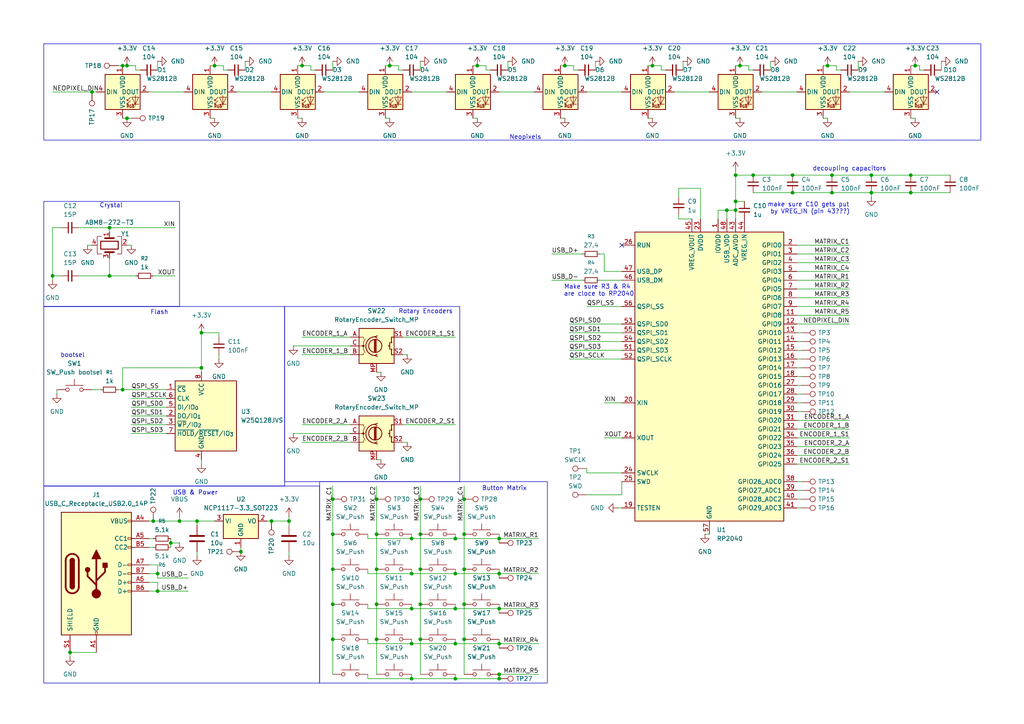
<source format=kicad_sch>
(kicad_sch (version 20250114) (generator "eeschema") (generator_version "9.0")
  (paper "A4")
  (title_block (title "Mini Macro Pad V3") (date "2025-07-19") (rev "0.1"))
  (rectangle (start 12.7 88.9) (end 82.55 140.97))
  (rectangle (start 12.7 12.7) (end 284.48 40.64))
  (rectangle (start 12.7 58.42) (end 52.07 88.9))
  (rectangle (start 12.7 140.97) (end 92.71 198.12))
  (rectangle (start 92.71 139.7) (end 158.75 198.12))
  (rectangle (start 82.55 88.9) (end 133.35 139.7))
  (text "bootsel" (at 21.082 103.124 0) (effects (font (size 1.27 1.27))))
  (text "Flash" (at 46.228 90.678 0) (effects (font (size 1.27 1.27))))
  (text "USB & Power" (at 56.642 143.002 0) (effects (font (size 1.27 1.27) (thickness 0.1588))))
  (text "Button Matrix" (at 146.304 141.732 0) (effects (font (size 1.27 1.27))))
  (text "Crystal" (at 32.258 59.69 0) (effects (font (size 1.27 1.27))))
  (text "Make sure R3 & R4 \nare cloce to RP2040" (at 173.736 84.328 0) (effects (font (size 1.27 1.27))))
  (text "Rotary Encoders" (at 123.444 90.424 0) (effects (font (size 1.27 1.27))))
  (text "make sure C10 gets put \nby VREG_IN (pin 43???)" (at 234.95 60.452 0) (effects (font (size 1.27 1.27))))
  (text "decoupling capacitors" (at 246.38 49.022 0) (effects (font (size 1.27 1.27))))
  (text "Neopixels\n" (at 152.4 39.878 0) (effects (font (size 1.27 1.27))))
  (junction (at 109.22 175.26))
  (junction (at 132.08 176.53))
  (junction (at 229.87 50.8))
  (junction (at 213.36 60.96))
  (junction (at 214.63 19.05))
  (junction (at 15.24 80.01))
  (junction (at 31.75 66.04))
  (junction (at 121.92 144.78))
  (junction (at 119.38 166.37))
  (junction (at 96.52 165.1))
  (junction (at 96.52 144.78))
  (junction (at 189.23 19.05))
  (junction (at 241.3 50.8))
  (junction (at 44.45 151.13))
  (junction (at 57.15 151.13))
  (junction (at 252.73 50.8))
  (junction (at 96.52 185.42))
  (junction (at 132.08 156.21))
  (junction (at 58.42 106.68))
  (junction (at 134.62 175.26))
  (junction (at 87.63 19.05))
  (junction (at 69.85 160.02))
  (junction (at 109.22 185.42))
  (junction (at 134.62 154.94))
  (junction (at 45.72 171.45))
  (junction (at 20.32 189.23))
  (junction (at 58.42 96.52))
  (junction (at 240.03 19.05))
  (junction (at 121.92 185.42))
  (junction (at 96.52 175.26))
  (junction (at 229.87 55.88))
  (junction (at 264.16 55.88))
  (junction (at 144.78 156.21))
  (junction (at 119.38 196.85))
  (junction (at 264.16 50.8))
  (junction (at 163.83 19.05))
  (junction (at 52.07 151.13))
  (junction (at 109.22 165.1))
  (junction (at 134.62 165.1))
  (junction (at 83.82 151.13))
  (junction (at 144.78 186.69))
  (junction (at 109.22 154.94))
  (junction (at 119.38 156.21))
  (junction (at 26.67 26.67))
  (junction (at 49.53 157.48))
  (junction (at 121.92 154.94))
  (junction (at 121.92 175.26))
  (junction (at 62.23 19.05))
  (junction (at 144.78 195.58))
  (junction (at 36.83 34.29))
  (junction (at 144.78 166.37))
  (junction (at 241.3 55.88))
  (junction (at 218.44 50.8))
  (junction (at 119.38 186.69))
  (junction (at 252.73 55.88))
  (junction (at 134.62 185.42))
  (junction (at 36.83 19.05))
  (junction (at 132.08 166.37))
  (junction (at 132.08 196.85))
  (junction (at 134.62 144.78))
  (junction (at 144.78 196.85))
  (junction (at 96.52 154.94))
  (junction (at 213.36 58.42))
  (junction (at 31.75 80.01))
  (junction (at 78.74 151.13))
  (junction (at 45.72 166.37))
  (junction (at 119.38 176.53))
  (junction (at 138.43 19.05))
  (junction (at 144.78 176.53))
  (junction (at 265.43 19.05))
  (junction (at 132.08 186.69))
  (junction (at 210.82 60.96))
  (junction (at 213.36 50.8))
  (junction (at 113.03 19.05))
  (junction (at 35.56 19.05))
  (junction (at 35.56 113.03))
  (junction (at 109.22 144.78))
  (junction (at 121.92 165.1))
  (no_connect (at 180.34 71.12))
  (no_connect (at 271.78 26.67))
  (wire (pts (xy 144.78 186.69) (xy 144.78 187.96)))
  (wire (pts (xy 213.36 34.29) (xy 214.63 34.29)))
  (wire (pts (xy 231.14 106.68) (xy 232.41 106.68)))
  (wire (pts (xy 86.36 19.05) (xy 87.63 19.05)))
  (wire (pts (xy 83.82 149.86) (xy 83.82 151.13)))
  (wire (pts (xy 78.74 151.13) (xy 83.82 151.13)))
  (wire (pts (xy 196.85 54.61) (xy 203.2 54.61)))
  (wire (pts (xy 217.17 19.05) (xy 214.63 19.05)))
  (wire (pts (xy 43.18 171.45) (xy 45.72 171.45)))
  (wire (pts (xy 116.84 123.19) (xy 132.08 123.19)))
  (wire (pts (xy 119.38 186.69) (xy 132.08 186.69)))
  (wire (pts (xy 218.44 50.8) (xy 229.87 50.8)))
  (wire (pts (xy 132.08 165.1) (xy 132.08 166.37)))
  (wire (pts (xy 121.92 17.78) (xy 121.92 20.32)))
  (wire (pts (xy 231.14 144.78) (xy 232.41 144.78)))
  (wire (pts (xy 144.78 156.21) (xy 156.21 156.21)))
  (wire (pts (xy 121.92 144.78) (xy 121.92 154.94)))
  (wire (pts (xy 191.77 20.32) (xy 193.04 20.32)))
  (wire (pts (xy 106.68 176.53) (xy 119.38 176.53)))
  (wire (pts (xy 140.97 19.05) (xy 138.43 19.05)))
  (wire (pts (xy 116.84 102.87) (xy 118.11 102.87)))
  (wire (pts (xy 39.37 19.05) (xy 36.83 19.05)))
  (wire (pts (xy 132.08 195.58) (xy 132.08 196.85)))
  (wire (pts (xy 38.1 120.65) (xy 48.26 120.65)))
  (wire (pts (xy 38.1 123.19) (xy 48.26 123.19)))
  (wire (pts (xy 210.82 60.96) (xy 210.82 63.5)))
  (wire (pts (xy 109.22 185.42) (xy 109.22 195.58)))
  (wire (pts (xy 242.57 20.32) (xy 243.84 20.32)))
  (wire (pts (xy 15.24 80.01) (xy 17.78 80.01)))
  (wire (pts (xy 165.1 101.6) (xy 180.34 101.6)))
  (wire (pts (xy 39.37 20.32) (xy 39.37 19.05)))
  (wire (pts (xy 231.14 76.2) (xy 246.38 76.2)))
  (wire (pts (xy 231.14 88.9) (xy 246.38 88.9)))
  (wire (pts (xy 231.14 96.52) (xy 232.41 96.52)))
  (wire (pts (xy 231.14 124.46) (xy 246.38 124.46)))
  (wire (pts (xy 31.75 66.04) (xy 31.75 67.31)))
  (wire (pts (xy 231.14 86.36) (xy 246.38 86.36)))
  (wire (pts (xy 203.2 63.5) (xy 203.2 54.61)))
  (wire (pts (xy 213.36 58.42) (xy 215.9 58.42)))
  (wire (pts (xy 93.98 26.67) (xy 104.14 26.67)))
  (wire (pts (xy 35.56 19.05) (xy 36.83 19.05)))
  (wire (pts (xy 121.92 154.94) (xy 121.92 165.1)))
  (wire (pts (xy 26.67 26.67) (xy 27.94 26.67)))
  (wire (pts (xy 31.75 80.01) (xy 39.37 80.01)))
  (wire (pts (xy 144.78 185.42) (xy 144.78 186.69)))
  (wire (pts (xy 223.52 17.78) (xy 223.52 20.32)))
  (wire (pts (xy 64.77 20.32) (xy 64.77 19.05)))
  (wire (pts (xy 96.52 175.26) (xy 96.52 185.42)))
  (wire (pts (xy 96.52 185.42) (xy 96.52 195.58)))
  (wire (pts (xy 109.22 144.78) (xy 109.22 154.94)))
  (wire (pts (xy 44.45 151.13) (xy 52.07 151.13)))
  (wire (pts (xy 180.34 78.74) (xy 175.26 78.74)))
  (wire (pts (xy 231.14 99.06) (xy 232.41 99.06)))
  (wire (pts (xy 217.17 20.32) (xy 218.44 20.32)))
  (wire (pts (xy 231.14 104.14) (xy 232.41 104.14)))
  (wire (pts (xy 132.08 154.94) (xy 132.08 156.21)))
  (wire (pts (xy 147.32 17.78) (xy 147.32 20.32)))
  (wire (pts (xy 15.24 81.28) (xy 15.24 80.01)))
  (wire (pts (xy 135.89 175.26) (xy 134.62 175.26)))
  (wire (pts (xy 231.14 73.66) (xy 246.38 73.66)))
  (wire (pts (xy 96.52 17.78) (xy 96.52 20.32)))
  (wire (pts (xy 175.26 73.66) (xy 173.99 73.66)))
  (wire (pts (xy 231.14 81.28) (xy 246.38 81.28)))
  (wire (pts (xy 231.14 132.08) (xy 246.38 132.08)))
  (wire (pts (xy 96.52 165.1) (xy 96.52 175.26)))
  (wire (pts (xy 106.68 186.69) (xy 119.38 186.69)))
  (wire (pts (xy 213.36 60.96) (xy 210.82 60.96)))
  (wire (pts (xy 52.07 151.13) (xy 57.15 151.13)))
  (wire (pts (xy 144.78 195.58) (xy 144.78 196.85)))
  (wire (pts (xy 134.62 140.97) (xy 134.62 144.78)))
  (wire (pts (xy 109.22 107.95) (xy 110.49 107.95)))
  (wire (pts (xy 137.16 19.05) (xy 138.43 19.05)))
  (wire (pts (xy 210.82 60.96) (xy 208.28 60.96)))
  (wire (pts (xy 57.15 151.13) (xy 62.23 151.13)))
  (wire (pts (xy 198.12 17.78) (xy 198.12 20.32)))
  (wire (pts (xy 22.86 66.04) (xy 31.75 66.04)))
  (wire (pts (xy 132.08 175.26) (xy 132.08 176.53)))
  (wire (pts (xy 49.53 157.48) (xy 52.07 157.48)))
  (wire (pts (xy 144.78 154.94) (xy 144.78 156.21)))
  (wire (pts (xy 196.85 62.23) (xy 196.85 63.5)))
  (wire (pts (xy 45.72 163.83) (xy 45.72 166.37)))
  (wire (pts (xy 119.38 195.58) (xy 119.38 196.85)))
  (wire (pts (xy 231.14 111.76) (xy 232.41 111.76)))
  (wire (pts (xy 134.62 165.1) (xy 134.62 175.26)))
  (wire (pts (xy 111.76 34.29) (xy 113.03 34.29)))
  (wire (pts (xy 144.78 175.26) (xy 144.78 176.53)))
  (wire (pts (xy 34.29 113.03) (xy 35.56 113.03)))
  (wire (pts (xy 132.08 156.21) (xy 144.78 156.21)))
  (wire (pts (xy 231.14 114.3) (xy 232.41 114.3)))
  (wire (pts (xy 87.63 123.19) (xy 101.6 123.19)))
  (wire (pts (xy 35.56 106.68) (xy 35.56 113.03)))
  (wire (pts (xy 121.92 185.42) (xy 121.92 195.58)))
  (wire (pts (xy 63.5 102.87) (xy 63.5 104.14)))
  (wire (pts (xy 25.4 71.12) (xy 26.67 71.12)))
  (wire (pts (xy 238.76 19.05) (xy 240.03 19.05)))
  (wire (pts (xy 132.08 185.42) (xy 132.08 186.69)))
  (wire (pts (xy 134.62 144.78) (xy 134.62 154.94)))
  (wire (pts (xy 38.1 115.57) (xy 48.26 115.57)))
  (wire (pts (xy 31.75 66.04) (xy 50.8 66.04)))
  (wire (pts (xy 166.37 20.32) (xy 167.64 20.32)))
  (wire (pts (xy 63.5 97.79) (xy 63.5 96.52)))
  (wire (pts (xy 121.92 140.97) (xy 121.92 144.78)))
  (wire (pts (xy 109.22 140.97) (xy 109.22 144.78)))
  (wire (pts (xy 252.73 55.88) (xy 264.16 55.88)))
  (wire (pts (xy 106.68 156.21) (xy 119.38 156.21)))
  (wire (pts (xy 15.24 26.67) (xy 26.67 26.67)))
  (wire (pts (xy 196.85 54.61) (xy 196.85 57.15)))
  (wire (pts (xy 90.17 19.05) (xy 87.63 19.05)))
  (wire (pts (xy 144.78 195.58) (xy 156.21 195.58)))
  (wire (pts (xy 231.14 134.62) (xy 246.38 134.62)))
  (wire (pts (xy 220.98 26.67) (xy 231.14 26.67)))
  (wire (pts (xy 58.42 96.52) (xy 58.42 106.68)))
  (wire (pts (xy 43.18 168.91) (xy 45.72 168.91)))
  (wire (pts (xy 69.85 158.75) (xy 69.85 160.02)))
  (wire (pts (xy 213.36 19.05) (xy 214.63 19.05)))
  (wire (pts (xy 273.05 17.78) (xy 273.05 20.32)))
  (wire (pts (xy 166.37 20.32) (xy 166.37 19.05)))
  (wire (pts (xy 231.14 127) (xy 246.38 127)))
  (wire (pts (xy 15.24 66.04) (xy 17.78 66.04)))
  (wire (pts (xy 106.68 185.42) (xy 106.68 186.69)))
  (wire (pts (xy 264.16 19.05) (xy 265.43 19.05)))
  (wire (pts (xy 165.1 96.52) (xy 180.34 96.52)))
  (wire (pts (xy 20.32 190.5) (xy 20.32 189.23)))
  (wire (pts (xy 35.56 34.29) (xy 36.83 34.29)))
  (wire (pts (xy 238.76 34.29) (xy 240.03 34.29)))
  (wire (pts (xy 43.18 163.83) (xy 45.72 163.83)))
  (wire (pts (xy 39.37 20.32) (xy 40.64 20.32)))
  (wire (pts (xy 119.38 26.67) (xy 129.54 26.67)))
  (wire (pts (xy 43.18 26.67) (xy 53.34 26.67)))
  (wire (pts (xy 87.63 128.27) (xy 101.6 128.27)))
  (wire (pts (xy 229.87 50.8) (xy 241.3 50.8)))
  (wire (pts (xy 134.62 154.94) (xy 134.62 165.1)))
  (wire (pts (xy 180.34 139.7) (xy 180.34 143.51)))
  (wire (pts (xy 231.14 147.32) (xy 232.41 147.32)))
  (wire (pts (xy 109.22 133.35) (xy 110.49 133.35)))
  (wire (pts (xy 90.17 20.32) (xy 90.17 19.05)))
  (wire (pts (xy 231.14 78.74) (xy 246.38 78.74)))
  (wire (pts (xy 45.72 167.64) (xy 45.72 166.37)))
  (wire (pts (xy 58.42 133.35) (xy 58.42 134.62)))
  (wire (pts (xy 90.17 20.32) (xy 91.44 20.32)))
  (wire (pts (xy 44.45 80.01) (xy 50.8 80.01)))
  (wire (pts (xy 191.77 19.05) (xy 189.23 19.05)))
  (wire (pts (xy 140.97 20.32) (xy 142.24 20.32)))
  (wire (pts (xy 22.86 80.01) (xy 31.75 80.01)))
  (wire (pts (xy 68.58 26.67) (xy 78.74 26.67)))
  (wire (pts (xy 144.78 176.53) (xy 156.21 176.53)))
  (wire (pts (xy 191.77 20.32) (xy 191.77 19.05)))
  (wire (pts (xy 134.62 175.26) (xy 134.62 185.42)))
  (wire (pts (xy 242.57 20.32) (xy 242.57 19.05)))
  (wire (pts (xy 170.18 137.16) (xy 170.18 135.89)))
  (wire (pts (xy 264.16 55.88) (xy 275.59 55.88)))
  (wire (pts (xy 57.15 151.13) (xy 57.15 152.4)))
  (wire (pts (xy 132.08 176.53) (xy 144.78 176.53)))
  (wire (pts (xy 231.14 139.7) (xy 232.41 139.7)))
  (wire (pts (xy 266.7 19.05) (xy 265.43 19.05)))
  (wire (pts (xy 119.38 185.42) (xy 119.38 186.69)))
  (wire (pts (xy 204.47 154.94) (xy 205.74 154.94)))
  (wire (pts (xy 266.7 20.32) (xy 267.97 20.32)))
  (wire (pts (xy 52.07 149.86) (xy 52.07 151.13)))
  (wire (pts (xy 165.1 104.14) (xy 180.34 104.14)))
  (wire (pts (xy 64.77 19.05) (xy 62.23 19.05)))
  (wire (pts (xy 144.78 166.37) (xy 144.78 167.64)))
  (wire (pts (xy 49.53 157.48) (xy 49.53 158.75)))
  (wire (pts (xy 252.73 50.8) (xy 264.16 50.8)))
  (wire (pts (xy 160.02 81.28) (xy 168.91 81.28)))
  (wire (pts (xy 231.14 129.54) (xy 246.38 129.54)))
  (wire (pts (xy 115.57 20.32) (xy 115.57 19.05)))
  (wire (pts (xy 121.92 175.26) (xy 121.92 185.42)))
  (wire (pts (xy 38.1 118.11) (xy 48.26 118.11)))
  (wire (pts (xy 231.14 116.84) (xy 232.41 116.84)))
  (wire (pts (xy 35.56 113.03) (xy 48.26 113.03)))
  (wire (pts (xy 231.14 119.38) (xy 232.41 119.38)))
  (wire (pts (xy 85.09 100.33) (xy 101.6 100.33)))
  (wire (pts (xy 106.68 166.37) (xy 119.38 166.37)))
  (wire (pts (xy 162.56 34.29) (xy 163.83 34.29)))
  (wire (pts (xy 144.78 26.67) (xy 154.94 26.67)))
  (wire (pts (xy 179.07 147.32) (xy 180.34 147.32)))
  (wire (pts (xy 165.1 99.06) (xy 180.34 99.06)))
  (wire (pts (xy 96.52 154.94) (xy 96.52 165.1)))
  (wire (pts (xy 106.68 175.26) (xy 106.68 176.53)))
  (wire (pts (xy 231.14 93.98) (xy 246.38 93.98)))
  (wire (pts (xy 109.22 154.94) (xy 109.22 165.1)))
  (wire (pts (xy 166.37 19.05) (xy 163.83 19.05)))
  (wire (pts (xy 218.44 55.88) (xy 229.87 55.88)))
  (wire (pts (xy 175.26 116.84) (xy 180.34 116.84)))
  (wire (pts (xy 213.36 58.42) (xy 213.36 60.96)))
  (wire (pts (xy 77.47 151.13) (xy 78.74 151.13)))
  (wire (pts (xy 173.99 81.28) (xy 180.34 81.28)))
  (wire (pts (xy 38.1 125.73) (xy 48.26 125.73)))
  (wire (pts (xy 134.62 185.42) (xy 134.62 195.58)))
  (wire (pts (xy 45.72 166.37) (xy 43.18 166.37)))
  (wire (pts (xy 231.14 121.92) (xy 246.38 121.92)))
  (wire (pts (xy 144.78 176.53) (xy 144.78 177.8)))
  (wire (pts (xy 144.78 156.21) (xy 144.78 157.48)))
  (wire (pts (xy 97.79 185.42) (xy 96.52 185.42)))
  (wire (pts (xy 109.22 165.1) (xy 109.22 175.26)))
  (wire (pts (xy 26.67 113.03) (xy 29.21 113.03)))
  (wire (pts (xy 242.57 19.05) (xy 240.03 19.05)))
  (wire (pts (xy 36.83 71.12) (xy 38.1 71.12)))
  (wire (pts (xy 35.56 106.68) (xy 58.42 106.68)))
  (wire (pts (xy 116.84 128.27) (xy 118.11 128.27)))
  (wire (pts (xy 132.08 196.85) (xy 144.78 196.85)))
  (wire (pts (xy 213.36 50.8) (xy 218.44 50.8)))
  (wire (pts (xy 15.24 80.01) (xy 15.24 66.04)))
  (wire (pts (xy 241.3 50.8) (xy 252.73 50.8)))
  (wire (pts (xy 144.78 186.69) (xy 156.21 186.69)))
  (wire (pts (xy 217.17 20.32) (xy 217.17 19.05)))
  (wire (pts (xy 64.77 20.32) (xy 66.04 20.32)))
  (wire (pts (xy 264.16 50.8) (xy 275.59 50.8)))
  (wire (pts (xy 231.14 142.24) (xy 232.41 142.24)))
  (wire (pts (xy 45.72 167.64) (xy 54.61 167.64)))
  (wire (pts (xy 119.38 175.26) (xy 119.38 176.53)))
  (wire (pts (xy 106.68 154.94) (xy 106.68 156.21)))
  (wire (pts (xy 165.1 93.98) (xy 180.34 93.98)))
  (wire (pts (xy 31.75 74.93) (xy 31.75 80.01)))
  (wire (pts (xy 266.7 20.32) (xy 266.7 19.05)))
  (wire (pts (xy 231.14 109.22) (xy 232.41 109.22)))
  (wire (pts (xy 87.63 102.87) (xy 101.6 102.87)))
  (wire (pts (xy 172.72 17.78) (xy 172.72 20.32)))
  (wire (pts (xy 20.32 189.23) (xy 27.94 189.23)))
  (wire (pts (xy 63.5 96.52) (xy 58.42 96.52)))
  (wire (pts (xy 115.57 19.05) (xy 113.03 19.05)))
  (wire (pts (xy 196.85 63.5) (xy 200.66 63.5)))
  (wire (pts (xy 119.38 156.21) (xy 132.08 156.21)))
  (wire (pts (xy 43.18 158.75) (xy 44.45 158.75)))
  (wire (pts (xy 116.84 97.79) (xy 132.08 97.79)))
  (wire (pts (xy 36.83 34.29) (xy 38.1 34.29)))
  (wire (pts (xy 248.92 17.78) (xy 248.92 20.32)))
  (wire (pts (xy 43.18 151.13) (xy 44.45 151.13)))
  (wire (pts (xy 119.38 154.94) (xy 119.38 156.21)))
  (wire (pts (xy 144.78 165.1) (xy 144.78 166.37)))
  (wire (pts (xy 43.18 156.21) (xy 44.45 156.21)))
  (wire (pts (xy 246.38 26.67) (xy 256.54 26.67)))
  (wire (pts (xy 132.08 166.37) (xy 144.78 166.37)))
  (wire (pts (xy 208.28 60.96) (xy 208.28 63.5)))
  (wire (pts (xy 45.72 17.78) (xy 45.72 20.32)))
  (wire (pts (xy 213.36 49.53) (xy 213.36 50.8)))
  (wire (pts (xy 71.12 17.78) (xy 71.12 20.32)))
  (wire (pts (xy 121.92 165.1) (xy 121.92 175.26)))
  (wire (pts (xy 96.52 144.78) (xy 96.52 154.94)))
  (wire (pts (xy 170.18 88.9) (xy 180.34 88.9)))
  (wire (pts (xy 140.97 20.32) (xy 140.97 19.05)))
  (wire (pts (xy 58.42 106.68) (xy 58.42 107.95)))
  (wire (pts (xy 60.96 19.05) (xy 62.23 19.05)))
  (wire (pts (xy 213.36 60.96) (xy 213.36 63.5)))
  (wire (pts (xy 106.68 196.85) (xy 119.38 196.85)))
  (wire (pts (xy 180.34 137.16) (xy 170.18 137.16)))
  (wire (pts (xy 115.57 20.32) (xy 116.84 20.32)))
  (wire (pts (xy 111.76 19.05) (xy 113.03 19.05)))
  (wire (pts (xy 231.14 71.12) (xy 246.38 71.12)))
  (wire (pts (xy 231.14 83.82) (xy 246.38 83.82)))
  (wire (pts (xy 96.52 140.97) (xy 96.52 144.78)))
  (wire (pts (xy 264.16 34.29) (xy 265.43 34.29)))
  (wire (pts (xy 34.29 19.05) (xy 35.56 19.05)))
  (wire (pts (xy 57.15 160.02) (xy 57.15 161.29)))
  (wire (pts (xy 109.22 175.26) (xy 109.22 185.42)))
  (wire (pts (xy 187.96 19.05) (xy 189.23 19.05)))
  (wire (pts (xy 213.36 50.8) (xy 213.36 58.42)))
  (wire (pts (xy 106.68 195.58) (xy 106.68 196.85)))
  (wire (pts (xy 162.56 19.05) (xy 163.83 19.05)))
  (wire (pts (xy 49.53 156.21) (xy 49.53 157.48)))
  (wire (pts (xy 85.09 125.73) (xy 101.6 125.73)))
  (wire (pts (xy 119.38 196.85) (xy 132.08 196.85)))
  (wire (pts (xy 195.58 26.67) (xy 205.74 26.67)))
  (wire (pts (xy 60.96 34.29) (xy 62.23 34.29)))
  (wire (pts (xy 86.36 34.29) (xy 87.63 34.29)))
  (wire (pts (xy 132.08 186.69) (xy 144.78 186.69)))
  (wire (pts (xy 83.82 151.13) (xy 83.82 152.4)))
  (wire (pts (xy 241.3 55.88) (xy 252.73 55.88)))
  (wire (pts (xy 231.14 91.44) (xy 246.38 91.44)))
  (wire (pts (xy 87.63 97.79) (xy 101.6 97.79)))
  (wire (pts (xy 45.72 168.91) (xy 45.72 171.45)))
  (wire (pts (xy 119.38 165.1) (xy 119.38 166.37)))
  (wire (pts (xy 160.02 73.66) (xy 168.91 73.66)))
  (wire (pts (xy 175.26 78.74) (xy 175.26 73.66)))
  (wire (pts (xy 252.73 55.88) (xy 252.73 57.15)))
  (wire (pts (xy 180.34 143.51) (xy 170.18 143.51)))
  (wire (pts (xy 119.38 166.37) (xy 132.08 166.37)))
  (wire (pts (xy 45.72 171.45) (xy 54.61 171.45)))
  (wire (pts (xy 144.78 166.37) (xy 156.21 166.37)))
  (wire (pts (xy 106.68 165.1) (xy 106.68 166.37)))
  (wire (pts (xy 119.38 176.53) (xy 132.08 176.53)))
  (wire (pts (xy 231.14 101.6) (xy 232.41 101.6)))
  (wire (pts (xy 137.16 34.29) (xy 138.43 34.29)))
  (wire (pts (xy 187.96 34.29) (xy 189.23 34.29)))
  (wire (pts (xy 175.26 127) (xy 180.34 127)))
  (wire (pts (xy 83.82 160.02) (xy 83.82 161.29)))
  (wire (pts (xy 16.51 113.03) (xy 16.51 114.3)))
  (wire (pts (xy 170.18 26.67) (xy 180.34 26.67)))
  (wire (pts (xy 229.87 55.88) (xy 241.3 55.88)))
  (label "MATRIX_R1" (at 156.21 156.21 180))
  (label "ENCODER_2_B" (at 87.63 128.27 0))
  (label "MATRIX_R4" (at 246.38 88.9 180))
  (label "ENCODER_2_A" (at 87.63 123.19 0))
  (label "ENCODER_2_A" (at 246.38 129.54 180))
  (label "QSPI_SD1" (at 38.1 120.65 0))
  (label "XIN" (at 175.26 116.84 0))
  (label "ENCODER_1_A" (at 246.38 121.92 180))
  (label "USB_D-" (at 160.02 81.28 0))
  (label "QSPI_SD3" (at 38.1 125.73 0))
  (label "MATRIX_C3" (at 121.92 140.97 270))
  (label "QSPI_SD0" (at 38.1 118.11 0))
  (label "MATRIX_R2" (at 156.21 166.37 180))
  (label "MATRIX_R3" (at 156.21 176.53 180))
  (label "MATRIX_R5" (at 246.38 91.44 180))
  (label "MATRIX_C1" (at 96.52 140.97 270))
  (label "NEOPIXEL_DIN" (at 246.38 93.98 180))
  (label "NEOPIXEL_DIN" (at 15.24 26.67 0))
  (label "ENCODER_1_S1" (at 132.08 97.79 180))
  (label "QSPI_SD2" (at 165.1 99.06 0))
  (label "USB_D+" (at 54.61 171.45 180))
  (label "QSPI_SD3" (at 165.1 101.6 0))
  (label "QSPI_SCLK" (at 38.1 115.57 0))
  (label "ENCODER_1_S1" (at 246.38 127 180))
  (label "USB_D-" (at 54.61 167.64 180))
  (label "MATRIX_R1" (at 246.38 81.28 180))
  (label "XOUT" (at 175.26 127 0))
  (label "ENCODER_1_B" (at 87.63 102.87 0))
  (label "MATRIX_R3" (at 246.38 86.36 180))
  (label "ENCODER_1_B" (at 246.38 124.46 180))
  (label "ENCODER_1_A" (at 87.63 97.79 0))
  (label "MATRIX_C4" (at 134.62 140.97 270))
  (label "XIN" (at 50.8 66.04 180))
  (label "MATRIX_C1" (at 246.38 71.12 180))
  (label "QSPI_SCLK" (at 165.1 104.14 0))
  (label "MATRIX_R4" (at 156.21 186.69 180))
  (label "ENCODER_2_B" (at 246.38 132.08 180))
  (label "QSPI_SS" (at 38.1 113.03 0))
  (label "MATRIX_C3" (at 246.38 76.2 180))
  (label "MATRIX_R5" (at 156.21 195.58 180))
  (label "QSPI_SD0" (at 165.1 93.98 0))
  (label "MATRIX_R2" (at 246.38 83.82 180))
  (label "QSPI_SD1" (at 165.1 96.52 0))
  (label "USB_D+" (at 160.02 73.66 0))
  (label "ENCODER_2_S1" (at 246.38 134.62 180))
  (label "MATRIX_C2" (at 246.38 73.66 180))
  (label "ENCODER_2_S1" (at 132.08 123.19 180))
  (label "XOUT" (at 50.8 80.01 180))
  (label "QSPI_SD2" (at 38.1 123.19 0))
  (label "MATRIX_C4" (at 246.38 78.74 180))
  (label "QSPI_SS" (at 170.18 88.9 0))
  (label "MATRIX_C2" (at 109.22 140.97 270))
  (symbol (lib_id "Switch:SW_Push") (at 114.3 185.42 0) (unit 1)
    (property "Reference" "SW15" (at 114.3 177.8 0))
    (property "Value" "SW_Push" (at 114.3 180.34 0))
    (property "Footprint" "Button_Switch_THT:SW_PUSH_6mm_H4.3mm" (effects (hide yes)))
    (property "Description" "Push button switch, generic, two pins" (effects (hide yes)))
  )
  (symbol (lib_id "power:GND") (at 138.43 34.29 0) (unit 1)
    (property "Reference" "#PWR05" (effects (hide yes)))
    (property "Value" "GND" (at 138.43 39.37 0))
    (property "Description" "Power symbol creates a global label with name \"GND\" , ground" (effects (hide yes)))
  )
  (symbol (lib_id "LED:WS2812B") (at 264.16 26.67 0) (unit 1)
    (property "Reference" "D10" (at 275.59 20.2498 0))
    (property "Value" "WS2812B" (at 275.59 22.7898 0))
    (property "Footprint" "LED_SMD:LED_WS2812B_PLCC4_5.0x5.0mm_P3.2mm" (effects (hide yes)))
    (property "Datasheet" "https://cdn-shop.adafruit.com/datasheets/WS2812B.pdf" (effects (hide yes)))
    (property "Description" "RGB LED with integrated controller" (effects (hide yes)))
  )
  (symbol (lib_id "power:GND") (at 198.12 17.78 90) (unit 1)
    (property "Reference" "#PWR051" (effects (hide yes)))
    (property "Value" "GND" (at 201.93 17.7799 90) (effects (justify right)))
    (property "Description" "Power symbol creates a global label with name \"GND\" , ground" (effects (hide yes)))
  )
  (symbol (lib_id "Memory_Flash:W25Q128JVS") (at 58.42 120.65 0) (unit 1)
    (property "Reference" "U3" (at 69.85 119.3799 0) (effects (justify left)))
    (property "Value" "W25Q128JVS" (at 69.85 121.9199 0) (effects (justify left)))
    (property "Footprint" "Package_SO:SOIC-8_5.3x5.3mm_P1.27mm" (effects (hide yes)))
    (property "Datasheet" "https://www.winbond.com/resource-files/w25q128jv_dtr%20revc%2003272018%20plus.pdf" (effects (hide yes)))
    (property "Description" "128Mbit / 16MiB Serial Flash Memory, Standard/Dual/Quad SPI, 2.7-3.6V, SOIC-8" (effects (hide yes)))
  )
  (symbol (lib_id "Switch:SW_Push") (at 139.7 154.94 0) (unit 1)
    (property "Reference" "SW5" (at 139.7 147.32 0))
    (property "Value" "SW_Push" (at 139.7 149.86 0))
    (property "Footprint" "Button_Switch_THT:SW_PUSH_6mm_H4.3mm" (effects (hide yes)))
    (property "Description" "Push button switch, generic, two pins" (effects (hide yes)))
  )
  (symbol (lib_id "power:GND") (at 85.09 125.73 0) (unit 1)
    (property "Reference" "#PWR039" (effects (hide yes)))
    (property "Value" "GND" (at 85.09 130.81 0))
    (property "Description" "Power symbol creates a global label with name \"GND\" , ground" (effects (hide yes)))
  )
  (symbol (lib_id "Device:C_Small") (at 252.73 53.34 0) (unit 1)
    (property "Reference" "C6" (at 255.27 52.0762 0) (effects (justify left)))
    (property "Value" "100nF" (at 255.27 54.6162 0) (effects (justify left)))
    (property "Footprint" "Capacitor_SMD:C_0402_1005Metric_Pad0.74x0.62mm_HandSolder" (effects (hide yes)))
    (property "Description" "Unpolarized capacitor, small symbol" (effects (hide yes)))
  )
  (symbol (lib_id "Switch:SW_Push") (at 139.7 165.1 0) (unit 1)
    (property "Reference" "SW9" (at 139.7 157.48 0))
    (property "Value" "SW_Push" (at 139.7 160.02 0))
    (property "Footprint" "Button_Switch_THT:SW_PUSH_6mm_H4.3mm" (effects (hide yes)))
    (property "Description" "Push button switch, generic, two pins" (effects (hide yes)))
  )
  (symbol (lib_id "Switch:SW_Push") (at 127 154.94 0) (unit 1)
    (property "Reference" "SW4" (at 127 147.32 0))
    (property "Value" "SW_Push" (at 127 149.86 0))
    (property "Footprint" "Button_Switch_THT:SW_PUSH_6mm_H4.3mm" (effects (hide yes)))
    (property "Description" "Push button switch, generic, two pins" (effects (hide yes)))
  )
  (symbol (lib_id "Switch:SW_Push") (at 101.6 175.26 0) (unit 1)
    (property "Reference" "SW10" (at 101.6 167.64 0))
    (property "Value" "SW_Push" (at 101.6 170.18 0))
    (property "Footprint" "Button_Switch_THT:SW_PUSH_6mm_H4.3mm" (effects (hide yes)))
    (property "Description" "Push button switch, generic, two pins" (effects (hide yes)))
  )
  (symbol (lib_id "Device:RotaryEncoder_Switch_MP") (at 109.22 125.73 0) (unit 1)
    (property "Reference" "SW23" (at 109.22 115.57 0))
    (property "Value" "RotaryEncoder_Switch_MP" (at 109.22 118.11 0))
    (property "Footprint" "Rotary_Encoder:RotaryEncoder_Bourns_Horizontal_PEC12R-2x17F-Sxxxx" (effects (hide yes)))
    (property "Description" "Rotary encoder, dual channel, incremental quadrate outputs, with switch and MP Pin" (effects (hide yes)))
  )
  (symbol (lib_id "Switch:SW_Push") (at 127 185.42 0) (unit 1)
    (property "Reference" "SW16" (at 127 177.8 0))
    (property "Value" "SW_Push" (at 127 180.34 0))
    (property "Footprint" "Button_Switch_THT:SW_PUSH_6mm_H4.3mm" (effects (hide yes)))
    (property "Description" "Push button switch, generic, two pins" (effects (hide yes)))
  )
  (symbol (lib_id "Switch:SW_Push") (at 101.6 165.1 0) (unit 1)
    (property "Reference" "SW6" (at 101.6 157.48 0))
    (property "Value" "SW_Push" (at 101.6 160.02 0))
    (property "Footprint" "Button_Switch_THT:SW_PUSH_6mm_H4.3mm" (effects (hide yes)))
    (property "Description" "Push button switch, generic, two pins" (effects (hide yes)))
  )
  (symbol (lib_id "Device:R_Small") (at 171.45 73.66 90) (unit 1)
    (property "Reference" "R3" (at 171.45 68.58 90) (effects (font (size 1.016 1.016))))
    (property "Value" "27.4" (at 171.45 71.12 90))
    (property "Footprint" "Resistor_SMD:R_0402_1005Metric_Pad0.72x0.64mm_HandSolder" (effects (hide yes)))
    (property "Description" "Resistor, small symbol" (effects (hide yes)))
  )
  (symbol (lib_id "Device:R_Small") (at 41.91 80.01 90) (unit 1)
    (property "Reference" "R2" (at 41.91 74.93 90) (effects (font (size 1.016 1.016))))
    (property "Value" "1k" (at 41.91 77.47 90))
    (property "Footprint" "Resistor_SMD:R_0402_1005Metric_Pad0.72x0.64mm_HandSolder" (effects (hide yes)))
    (property "Description" "Resistor, small symbol" (effects (hide yes)))
  )
  (symbol (lib_id "Connector:TestPoint") (at 232.41 116.84 270) (unit 1)
    (property "Reference" "TP11" (at 237.236 116.84 90) (effects (justify left)))
    (property "Footprint" "TestPoint:TestPoint_Pad_1.5x1.5mm" (effects (hide yes)))
    (property "Description" "test point" (effects (hide yes)))
  )
  (symbol (lib_id "Switch:SW_Push") (at 21.59 113.03 0) (unit 1)
    (property "Reference" "SW1" (at 21.59 105.41 0))
    (property "Value" "SW_Push bootsel" (at 21.59 107.95 0))
    (property "Footprint" "Button_Switch_SMD:Panasonic_EVQPUK_EVQPUB" (effects (hide yes)))
    (property "Description" "Push button switch, generic, two pins" (effects (hide yes)))
  )
  (symbol (lib_id "Switch:SW_Push") (at 101.6 154.94 0) (unit 1)
    (property "Reference" "SW2" (at 101.6 147.32 0))
    (property "Value" "SW_Push" (at 101.6 149.86 0))
    (property "Footprint" "Button_Switch_THT:SW_PUSH_6mm_H4.3mm" (effects (hide yes)))
    (property "Description" "Push button switch, generic, two pins" (effects (hide yes)))
  )
  (symbol (lib_id "LED:WS2812B") (at 162.56 26.67 0) (unit 1)
    (property "Reference" "D6" (at 173.99 20.2498 0))
    (property "Value" "WS2812B" (at 173.99 22.7898 0))
    (property "Footprint" "LED_SMD:LED_WS2812B_PLCC4_5.0x5.0mm_P3.2mm" (effects (hide yes)))
    (property "Datasheet" "https://cdn-shop.adafruit.com/datasheets/WS2812B.pdf" (effects (hide yes)))
    (property "Description" "RGB LED with integrated controller" (effects (hide yes)))
  )
  (symbol (lib_id "power:GND") (at 57.15 161.29 0) (unit 1)
    (property "Reference" "#PWR012" (effects (hide yes)))
    (property "Value" "GND" (at 57.15 166.37 0))
    (property "Description" "Power symbol creates a global label with name \"GND\" , ground" (effects (hide yes)))
  )
  (symbol (lib_id "power:GND") (at 96.52 17.78 90) (unit 1)
    (property "Reference" "#PWR047" (effects (hide yes)))
    (property "Value" "GND" (at 100.33 17.7799 90) (effects (justify right)))
    (property "Description" "Power symbol creates a global label with name \"GND\" , ground" (effects (hide yes)))
  )
  (symbol (lib_id "Device:R_Small") (at 46.99 158.75 270) (unit 1)
    (property "Reference" "R6" (at 46.99 163.83 90) (effects (font (size 1.016 1.016))))
    (property "Value" "5.1k" (at 46.99 161.29 90))
    (property "Footprint" "Resistor_SMD:R_0402_1005Metric_Pad0.72x0.64mm_HandSolder" (effects (hide yes)))
    (property "Description" "Resistor, small symbol" (effects (hide yes)))
  )
  (symbol (lib_id "Connector:TestPoint") (at 38.1 34.29 270) (unit 1)
    (property "Reference" "TP19" (at 42.926 34.29 90) (effects (justify left)))
    (property "Footprint" "TestPoint:TestPoint_Pad_1.5x1.5mm" (effects (hide yes)))
    (property "Description" "test point" (effects (hide yes)))
  )
  (symbol (lib_id "power:GND") (at 62.23 34.29 0) (unit 1)
    (property "Reference" "#PWR02" (effects (hide yes)))
    (property "Value" "GND" (at 62.23 39.37 0))
    (property "Description" "Power symbol creates a global label with name \"GND\" , ground" (effects (hide yes)))
  )
  (symbol (lib_id "power:GND") (at 45.72 17.78 90) (unit 1)
    (property "Reference" "#PWR045" (effects (hide yes)))
    (property "Value" "GND" (at 49.53 17.7799 90) (effects (justify right)))
    (property "Description" "Power symbol creates a global label with name \"GND\" , ground" (effects (hide yes)))
  )
  (symbol (lib_id "Connector:TestPoint") (at 44.45 151.13 0) (unit 1)
    (property "Reference" "TP22" (at 44.45 146.304 90) (effects (justify left)))
    (property "Footprint" "TestPoint:TestPoint_Pad_1.5x1.5mm" (effects (hide yes)))
    (property "Description" "test point" (effects (hide yes)))
  )
  (symbol (lib_id "Switch:SW_Push") (at 114.3 195.58 0) (unit 1)
    (property "Reference" "SW19" (at 114.3 187.96 0))
    (property "Value" "SW_Push" (at 114.3 190.5 0))
    (property "Footprint" "Button_Switch_THT:SW_PUSH_6mm_H4.3mm" (effects (hide yes)))
    (property "Description" "Push button switch, generic, two pins" (effects (hide yes)))
  )
  (symbol (lib_id "Connector:TestPoint") (at 232.41 106.68 270) (unit 1)
    (property "Reference" "TP7" (at 237.236 106.68 90) (effects (justify left)))
    (property "Footprint" "TestPoint:TestPoint_Pad_1.5x1.5mm" (effects (hide yes)))
    (property "Description" "test point" (effects (hide yes)))
  )
  (symbol (lib_id "power:+3.3V") (at 113.03 19.05 0) (unit 1)
    (property "Reference" "#PWR020" (effects (hide yes)))
    (property "Value" "+3.3V" (at 113.03 13.97 0))
    (property "Description" "Power symbol creates a global label with name \"+3.3V\"" (effects (hide yes)))
  )
  (symbol (lib_id "Device:R_Small") (at 171.45 81.28 90) (unit 1)
    (property "Reference" "R4" (at 171.45 76.2 90) (effects (font (size 1.016 1.016))))
    (property "Value" "27.4" (at 171.45 78.74 90))
    (property "Footprint" "Resistor_SMD:R_0402_1005Metric_Pad0.72x0.64mm_HandSolder" (effects (hide yes)))
    (property "Description" "Resistor, small symbol" (effects (hide yes)))
  )
  (symbol (lib_id "power:+3.3V") (at 265.43 19.05 0) (unit 1)
    (property "Reference" "#PWR026" (effects (hide yes)))
    (property "Value" "+3.3V" (at 265.43 13.97 0))
    (property "Description" "Power symbol creates a global label with name \"+3.3V\"" (effects (hide yes)))
  )
  (symbol (lib_id "power:+3.3V") (at 189.23 19.05 0) (unit 1)
    (property "Reference" "#PWR023" (effects (hide yes)))
    (property "Value" "+3.3V" (at 189.23 13.97 0))
    (property "Description" "Power symbol creates a global label with name \"+3.3V\"" (effects (hide yes)))
  )
  (symbol (lib_id "power:GND") (at 163.83 34.29 0) (unit 1)
    (property "Reference" "#PWR06" (effects (hide yes)))
    (property "Value" "GND" (at 163.83 39.37 0))
    (property "Description" "Power symbol creates a global label with name \"GND\" , ground" (effects (hide yes)))
  )
  (symbol (lib_id "power:+3.3V") (at 83.82 149.86 0) (unit 1)
    (property "Reference" "#PWR015" (effects (hide yes)))
    (property "Value" "+3.3V" (at 83.82 144.78 0))
    (property "Description" "Power symbol creates a global label with name \"+3.3V\"" (effects (hide yes)))
  )
  (symbol (lib_id "power:+3.3V") (at 87.63 19.05 0) (unit 1)
    (property "Reference" "#PWR019" (effects (hide yes)))
    (property "Value" "+3.3V" (at 87.63 13.97 0))
    (property "Description" "Power symbol creates a global label with name \"+3.3V\"" (effects (hide yes)))
  )
  (symbol (lib_id "LED:WS2812B") (at 137.16 26.67 0) (unit 1)
    (property "Reference" "D5" (at 148.59 20.2498 0))
    (property "Value" "WS2812B" (at 148.59 22.7898 0))
    (property "Footprint" "LED_SMD:LED_WS2812B_PLCC4_5.0x5.0mm_P3.2mm" (effects (hide yes)))
    (property "Datasheet" "https://cdn-shop.adafruit.com/datasheets/WS2812B.pdf" (effects (hide yes)))
    (property "Description" "RGB LED with integrated controller" (effects (hide yes)))
  )
  (symbol (lib_id "Device:C") (at 83.82 156.21 0) (unit 1)
    (property "Reference" "C2" (at 87.63 154.9399 0) (effects (justify left)))
    (property "Value" "10u" (at 87.63 157.4799 0) (effects (justify left)))
    (property "Footprint" "Capacitor_SMD:C_0402_1005Metric_Pad0.74x0.62mm_HandSolder" (effects (hide yes)))
    (property "Description" "Unpolarized capacitor" (effects (hide yes)))
  )
  (symbol (lib_id "power:GND") (at 85.09 100.33 0) (unit 1)
    (property "Reference" "#PWR038" (effects (hide yes)))
    (property "Value" "GND" (at 85.09 105.41 0))
    (property "Description" "Power symbol creates a global label with name \"GND\" , ground" (effects (hide yes)))
  )
  (symbol (lib_id "LED:WS2812B") (at 60.96 26.67 0) (unit 1)
    (property "Reference" "D2" (at 72.39 20.2498 0))
    (property "Value" "WS2812B" (at 72.39 22.7898 0))
    (property "Footprint" "LED_SMD:LED_WS2812B_PLCC4_5.0x5.0mm_P3.2mm" (effects (hide yes)))
    (property "Datasheet" "https://cdn-shop.adafruit.com/datasheets/WS2812B.pdf" (effects (hide yes)))
    (property "Description" "RGB LED with integrated controller" (effects (hide yes)))
  )
  (symbol (lib_id "Connector:TestPoint") (at 170.18 135.89 90) (unit 1)
    (property "Reference" "TP1" (at 166.878 130.81 90))
    (property "Value" "SWCLK" (at 166.878 133.35 90))
    (property "Footprint" "TestPoint:TestPoint_Pad_1.5x1.5mm" (effects (hide yes)))
    (property "Description" "test point" (effects (hide yes)))
  )
  (symbol (lib_id "LED:WS2812B") (at 111.76 26.67 0) (unit 1)
    (property "Reference" "D4" (at 123.19 20.2498 0))
    (property "Value" "WS2812B" (at 123.19 22.7898 0))
    (property "Footprint" "LED_SMD:LED_WS2812B_PLCC4_5.0x5.0mm_P3.2mm" (effects (hide yes)))
    (property "Datasheet" "https://cdn-shop.adafruit.com/datasheets/WS2812B.pdf" (effects (hide yes)))
    (property "Description" "RGB LED with integrated controller" (effects (hide yes)))
  )
  (symbol (lib_id "Connector:TestPoint") (at 232.41 119.38 270) (unit 1)
    (property "Reference" "TP12" (at 237.236 119.38 90) (effects (justify left)))
    (property "Footprint" "TestPoint:TestPoint_Pad_1.5x1.5mm" (effects (hide yes)))
    (property "Description" "test point" (effects (hide yes)))
  )
  (symbol (lib_id "power:GND") (at 52.07 157.48 0) (unit 1)
    (property "Reference" "#PWR043" (effects (hide yes)))
    (property "Value" "GND" (at 52.07 162.56 0))
    (property "Description" "Power symbol creates a global label with name \"GND\" , ground" (effects (hide yes)))
  )
  (symbol (lib_id "Device:C_Small") (at 275.59 53.34 0) (unit 1)
    (property "Reference" "C8" (at 278.13 52.0762 0) (effects (justify left)))
    (property "Value" "100nF" (at 278.13 54.6162 0) (effects (justify left)))
    (property "Footprint" "Capacitor_SMD:C_0402_1005Metric_Pad0.74x0.62mm_HandSolder" (effects (hide yes)))
    (property "Description" "Unpolarized capacitor, small symbol" (effects (hide yes)))
  )
  (symbol (lib_id "Device:R_Small") (at 31.75 113.03 90) (unit 1)
    (property "Reference" "R1" (at 31.75 107.95 90) (effects (font (size 1.016 1.016))))
    (property "Value" "1k" (at 31.75 110.49 90))
    (property "Footprint" "Resistor_SMD:R_0402_1005Metric_Pad0.72x0.64mm_HandSolder" (effects (hide yes)))
    (property "Description" "Resistor, small symbol" (effects (hide yes)))
  )
  (symbol (lib_id "Switch:SW_Push") (at 127 165.1 0) (unit 1)
    (property "Reference" "SW8" (at 127 157.48 0))
    (property "Value" "SW_Push" (at 127 160.02 0))
    (property "Footprint" "Button_Switch_THT:SW_PUSH_6mm_H4.3mm" (effects (hide yes)))
    (property "Description" "Push button switch, generic, two pins" (effects (hide yes)))
  )
  (symbol (lib_id "power:GND") (at 15.24 81.28 0) (unit 1)
    (property "Reference" "#PWR032" (effects (hide yes)))
    (property "Value" "GND" (at 15.24 86.36 0))
    (property "Description" "Power symbol creates a global label with name \"GND\" , ground" (effects (hide yes)))
  )
  (symbol (lib_id "Connector:TestPoint") (at 232.41 142.24 270) (unit 1)
    (property "Reference" "TP14" (at 237.236 142.24 90) (effects (justify left)))
    (property "Footprint" "TestPoint:TestPoint_Pad_1.5x1.5mm" (effects (hide yes)))
    (property "Description" "test point" (effects (hide yes)))
  )
  (symbol (lib_id "Switch:SW_Push") (at 139.7 195.58 0) (unit 1)
    (property "Reference" "SW21" (at 139.7 187.96 0))
    (property "Value" "SW_Push" (at 139.7 190.5 0))
    (property "Footprint" "Button_Switch_THT:SW_PUSH_6mm_H4.3mm" (effects (hide yes)))
    (property "Description" "Push button switch, generic, two pins" (effects (hide yes)))
  )
  (symbol (lib_id "Connector:TestPoint") (at 134.62 144.78 270) (unit 1)
    (property "Reference" "TP28" (at 139.446 144.78 90) (effects (justify left)))
    (property "Footprint" "TestPoint:TestPoint_Pad_1.5x1.5mm" (effects (hide yes)))
    (property "Description" "test point" (effects (hide yes)))
  )
  (symbol (lib_id "LED:WS2812B") (at 213.36 26.67 0) (unit 1)
    (property "Reference" "D8" (at 224.79 20.2498 0))
    (property "Value" "WS2812B" (at 224.79 22.7898 0))
    (property "Footprint" "LED_SMD:LED_WS2812B_PLCC4_5.0x5.0mm_P3.2mm" (effects (hide yes)))
    (property "Datasheet" "https://cdn-shop.adafruit.com/datasheets/WS2812B.pdf" (effects (hide yes)))
    (property "Description" "RGB LED with integrated controller" (effects (hide yes)))
  )
  (symbol (lib_id "Device:C") (at 57.15 156.21 0) (unit 1)
    (property "Reference" "C1" (at 60.96 154.9399 0) (effects (justify left)))
    (property "Value" "10u" (at 60.96 157.4799 0) (effects (justify left)))
    (property "Footprint" "Capacitor_SMD:C_0402_1005Metric_Pad0.74x0.62mm_HandSolder" (effects (hide yes)))
    (property "Description" "Unpolarized capacitor" (effects (hide yes)))
  )
  (symbol (lib_id "power:GND") (at 83.82 161.29 0) (unit 1)
    (property "Reference" "#PWR016" (effects (hide yes)))
    (property "Value" "GND" (at 83.82 166.37 0))
    (property "Description" "Power symbol creates a global label with name \"GND\" , ground" (effects (hide yes)))
  )
  (symbol (lib_id "Switch:SW_Push") (at 139.7 175.26 0) (unit 1)
    (property "Reference" "SW13" (at 139.7 167.64 0))
    (property "Value" "SW_Push" (at 139.7 170.18 0))
    (property "Footprint" "Button_Switch_THT:SW_PUSH_6mm_H4.3mm" (effects (hide yes)))
    (property "Description" "Push button switch, generic, two pins" (effects (hide yes)))
  )
  (symbol (lib_id "Connector:TestPoint") (at 232.41 101.6 270) (unit 1)
    (property "Reference" "TP5" (at 237.236 101.6 90) (effects (justify left)))
    (property "Footprint" "TestPoint:TestPoint_Pad_1.5x1.5mm" (effects (hide yes)))
    (property "Description" "test point" (effects (hide yes)))
  )
  (symbol (lib_id "LED:WS2812B") (at 35.56 26.67 0) (unit 1)
    (property "Reference" "D1" (at 46.99 20.2498 0))
    (property "Value" "WS2812B" (at 46.99 22.7898 0))
    (property "Footprint" "LED_SMD:LED_WS2812B_PLCC4_5.0x5.0mm_P3.2mm" (effects (hide yes)))
    (property "Datasheet" "https://cdn-shop.adafruit.com/datasheets/WS2812B.pdf" (effects (hide yes)))
    (property "Description" "RGB LED with integrated controller" (effects (hide yes)))
  )
  (symbol (lib_id "Device:R_Small") (at 46.99 156.21 90) (unit 1)
    (property "Reference" "R5" (at 46.99 151.13 90) (effects (font (size 1.016 1.016))))
    (property "Value" "5.1k" (at 46.99 153.67 90))
    (property "Footprint" "Resistor_SMD:R_0402_1005Metric_Pad0.72x0.64mm_HandSolder" (effects (hide yes)))
    (property "Description" "Resistor, small symbol" (effects (hide yes)))
  )
  (symbol (lib_id "power:GND") (at 179.07 147.32 270) (unit 1)
    (property "Reference" "#PWR044" (effects (hide yes)))
    (property "Value" "GND" (at 175.26 147.3199 90) (effects (justify right)))
    (property "Description" "Power symbol creates a global label with name \"GND\" , ground" (effects (hide yes)))
  )
  (symbol (lib_id "power:GND") (at 16.51 114.3 0) (unit 1)
    (property "Reference" "#PWR029" (effects (hide yes)))
    (property "Value" "GND" (at 16.51 119.38 0))
    (property "Description" "Power symbol creates a global label with name \"GND\" , ground" (effects (hide yes)))
  )
  (symbol (lib_id "Switch:SW_Push") (at 114.3 154.94 0) (unit 1)
    (property "Reference" "SW3" (at 114.3 147.32 0))
    (property "Value" "SW_Push" (at 114.3 149.86 0))
    (property "Footprint" "Button_Switch_THT:SW_PUSH_6mm_H4.3mm" (effects (hide yes)))
    (property "Description" "Push button switch, generic, two pins" (effects (hide yes)))
  )
  (symbol (lib_id "Device:C_Small") (at 43.18 20.32 270) (unit 1)
    (property "Reference" "C14" (at 43.1736 13.97 90))
    (property "Value" "104" (at 43.1736 16.51 90))
    (property "Footprint" "Capacitor_SMD:C_0402_1005Metric_Pad0.74x0.62mm_HandSolder" (effects (hide yes)))
    (property "Description" "Unpolarized capacitor, small symbol" (effects (hide yes)))
  )
  (symbol (lib_id "Connector:TestPoint") (at 69.85 160.02 90) (unit 1)
    (property "Reference" "TP21" (at 65.024 160.02 90) (effects (justify left)))
    (property "Footprint" "TestPoint:TestPoint_Pad_1.5x1.5mm" (effects (hide yes)))
    (property "Description" "test point" (effects (hide yes)))
  )
  (symbol (lib_id "Switch:SW_Push") (at 114.3 165.1 0) (unit 1)
    (property "Reference" "SW7" (at 114.3 157.48 0))
    (property "Value" "SW_Push" (at 114.3 160.02 0))
    (property "Footprint" "Button_Switch_THT:SW_PUSH_6mm_H4.3mm" (effects (hide yes)))
    (property "Description" "Push button switch, generic, two pins" (effects (hide yes)))
  )
  (symbol (lib_id "Connector:TestPoint") (at 232.41 147.32 270) (unit 1)
    (property "Reference" "TP16" (at 237.236 147.32 90) (effects (justify left)))
    (property "Footprint" "TestPoint:TestPoint_Pad_1.5x1.5mm" (effects (hide yes)))
    (property "Description" "test point" (effects (hide yes)))
  )
  (symbol (lib_id "Device:C_Small") (at 241.3 53.34 0) (unit 1)
    (property "Reference" "C5" (at 243.84 52.0762 0) (effects (justify left)))
    (property "Value" "100nF" (at 243.84 54.6162 0) (effects (justify left)))
    (property "Footprint" "Capacitor_SMD:C_0402_1005Metric_Pad0.74x0.62mm_HandSolder" (effects (hide yes)))
    (property "Description" "Unpolarized capacitor, small symbol" (effects (hide yes)))
  )
  (symbol (lib_id "Connector:TestPoint") (at 232.41 144.78 270) (unit 1)
    (property "Reference" "TP15" (at 237.236 144.78 90) (effects (justify left)))
    (property "Footprint" "TestPoint:TestPoint_Pad_1.5x1.5mm" (effects (hide yes)))
    (property "Description" "test point" (effects (hide yes)))
  )
  (symbol (lib_id "Connector:TestPoint") (at 232.41 104.14 270) (unit 1)
    (property "Reference" "TP6" (at 237.236 104.14 90) (effects (justify left)))
    (property "Footprint" "TestPoint:TestPoint_Pad_1.5x1.5mm" (effects (hide yes)))
    (property "Description" "test point" (effects (hide yes)))
  )
  (symbol (lib_id "Device:C_Small") (at 20.32 80.01 90) (unit 1)
    (property "Reference" "C13" (at 20.3263 73.66 90))
    (property "Value" "15P" (at 20.3263 76.2 90))
    (property "Footprint" "Capacitor_SMD:C_0402_1005Metric_Pad0.74x0.62mm_HandSolder" (effects (hide yes)))
    (property "Description" "Unpolarized capacitor, small symbol" (effects (hide yes)))
  )
  (symbol (lib_id "Device:C_Small") (at 144.78 20.32 270) (unit 1)
    (property "Reference" "C18" (at 144.7736 13.97 90))
    (property "Value" "104" (at 144.7736 16.51 90))
    (property "Footprint" "Capacitor_SMD:C_0402_1005Metric_Pad0.74x0.62mm_HandSolder" (effects (hide yes)))
    (property "Description" "Unpolarized capacitor, small symbol" (effects (hide yes)))
  )
  (symbol (lib_id "Device:C_Small") (at 68.58 20.32 270) (unit 1)
    (property "Reference" "C15" (at 68.5736 13.97 90))
    (property "Value" "104" (at 68.5736 16.51 90))
    (property "Footprint" "Capacitor_SMD:C_0402_1005Metric_Pad0.74x0.62mm_HandSolder" (effects (hide yes)))
    (property "Description" "Unpolarized capacitor, small symbol" (effects (hide yes)))
  )
  (symbol (lib_id "LED:WS2812B") (at 86.36 26.67 0) (unit 1)
    (property "Reference" "D3" (at 97.79 20.2498 0))
    (property "Value" "WS2812B" (at 97.79 22.7898 0))
    (property "Footprint" "LED_SMD:LED_WS2812B_PLCC4_5.0x5.0mm_P3.2mm" (effects (hide yes)))
    (property "Datasheet" "https://cdn-shop.adafruit.com/datasheets/WS2812B.pdf" (effects (hide yes)))
    (property "Description" "RGB LED with integrated controller" (effects (hide yes)))
  )
  (symbol (lib_id "power:GND") (at 110.49 133.35 0) (unit 1)
    (property "Reference" "#PWR041" (effects (hide yes)))
    (property "Value" "GND" (at 110.49 138.43 0))
    (property "Description" "Power symbol creates a global label with name \"GND\" , ground" (effects (hide yes)))
  )
  (symbol (lib_id "power:GND") (at 248.92 17.78 90) (unit 1)
    (property "Reference" "#PWR053" (effects (hide yes)))
    (property "Value" "GND" (at 252.73 17.7799 90) (effects (justify right)))
    (property "Description" "Power symbol creates a global label with name \"GND\" , ground" (effects (hide yes)))
  )
  (symbol (lib_id "Connector:TestPoint") (at 144.78 157.48 270) (unit 1)
    (property "Reference" "TP23" (at 149.606 157.48 90) (effects (justify left)))
    (property "Footprint" "TestPoint:TestPoint_Pad_1.5x1.5mm" (effects (hide yes)))
    (property "Description" "test point" (effects (hide yes)))
  )
  (symbol (lib_id "Regulator_Linear:NCP1117-3.3_SOT223") (at 69.85 151.13 0) (unit 1)
    (property "Reference" "U2" (at 69.85 144.78 0))
    (property "Value" "NCP1117-3.3_SOT223" (at 69.85 147.32 0))
    (property "Footprint" "Package_TO_SOT_SMD:SOT-223-3_TabPin2" (effects (hide yes)))
    (property "Datasheet" "http://www.onsemi.com/pub_link/Collateral/NCP1117-D.PDF" (effects (hide yes)))
    (property "Description" "1A Low drop-out regulator, Fixed Output 3.3V, SOT-223" (effects (hide yes)))
  )
  (symbol (lib_id "Connector:TestPoint") (at 96.52 144.78 270) (unit 1)
    (property "Reference" "TP31" (at 101.346 144.78 90) (effects (justify left)))
    (property "Footprint" "TestPoint:TestPoint_Pad_1.5x1.5mm" (effects (hide yes)))
    (property "Description" "test point" (effects (hide yes)))
  )
  (symbol (lib_id "power:GND") (at 147.32 17.78 90) (unit 1)
    (property "Reference" "#PWR049" (effects (hide yes)))
    (property "Value" "GND" (at 151.13 17.7799 90) (effects (justify right)))
    (property "Description" "Power symbol creates a global label with name \"GND\" , ground" (effects (hide yes)))
  )
  (symbol (lib_id "power:GND") (at 223.52 17.78 90) (unit 1)
    (property "Reference" "#PWR052" (effects (hide yes)))
    (property "Value" "GND" (at 227.33 17.7799 90) (effects (justify right)))
    (property "Description" "Power symbol creates a global label with name \"GND\" , ground" (effects (hide yes)))
  )
  (symbol (lib_id "power:GND") (at 121.92 17.78 90) (unit 1)
    (property "Reference" "#PWR048" (effects (hide yes)))
    (property "Value" "GND" (at 125.73 17.7799 90) (effects (justify right)))
    (property "Description" "Power symbol creates a global label with name \"GND\" , ground" (effects (hide yes)))
  )
  (symbol (lib_id "Connector:TestPoint") (at 144.78 196.85 270) (unit 1)
    (property "Reference" "TP27" (at 149.606 196.85 90) (effects (justify left)))
    (property "Footprint" "TestPoint:TestPoint_Pad_1.5x1.5mm" (effects (hide yes)))
    (property "Description" "test point" (effects (hide yes)))
  )
  (symbol (lib_id "Connector:TestPoint") (at 232.41 99.06 270) (unit 1)
    (property "Reference" "TP4" (at 237.236 99.06 90) (effects (justify left)))
    (property "Footprint" "TestPoint:TestPoint_Pad_1.5x1.5mm" (effects (hide yes)))
    (property "Description" "test point" (effects (hide yes)))
  )
  (symbol (lib_id "Switch:SW_Push") (at 114.3 175.26 0) (unit 1)
    (property "Reference" "SW11" (at 114.3 167.64 0))
    (property "Value" "SW_Push" (at 114.3 170.18 0))
    (property "Footprint" "Button_Switch_THT:SW_PUSH_6mm_H4.3mm" (effects (hide yes)))
    (property "Description" "Push button switch, generic, two pins" (effects (hide yes)))
  )
  (symbol (lib_id "Connector:TestPoint") (at 121.92 144.78 270) (unit 1)
    (property "Reference" "TP29" (at 126.746 144.78 90) (effects (justify left)))
    (property "Footprint" "TestPoint:TestPoint_Pad_1.5x1.5mm" (effects (hide yes)))
    (property "Description" "test point" (effects (hide yes)))
  )
  (symbol (lib_id "power:GND") (at 273.05 17.78 90) (unit 1)
    (property "Reference" "#PWR054" (effects (hide yes)))
    (property "Value" "GND" (at 276.86 17.7799 90) (effects (justify right)))
    (property "Description" "Power symbol creates a global label with name \"GND\" , ground" (effects (hide yes)))
  )
  (symbol (lib_id "power:GND") (at 204.47 154.94 0) (unit 1)
    (property "Reference" "#PWR035" (effects (hide yes)))
    (property "Value" "GND" (at 204.47 160.02 0))
    (property "Description" "Power symbol creates a global label with name \"GND\" , ground" (effects (hide yes)))
  )
  (symbol (lib_id "power:GND") (at 110.49 107.95 0) (unit 1)
    (property "Reference" "#PWR040" (effects (hide yes)))
    (property "Value" "GND" (at 110.49 113.03 0))
    (property "Description" "Power symbol creates a global label with name \"GND\" , ground" (effects (hide yes)))
  )
  (symbol (lib_id "Connector:TestPoint") (at 26.67 26.67 180) (unit 1)
    (property "Reference" "TP17" (at 26.67 31.496 90) (effects (justify left)))
    (property "Footprint" "TestPoint:TestPoint_Pad_1.5x1.5mm" (effects (hide yes)))
    (property "Description" "test point" (effects (hide yes)))
  )
  (symbol (lib_id "Connector:TestPoint") (at 232.41 139.7 270) (unit 1)
    (property "Reference" "TP13" (at 237.236 139.7 90) (effects (justify left)))
    (property "Footprint" "TestPoint:TestPoint_Pad_1.5x1.5mm" (effects (hide yes)))
    (property "Description" "test point" (effects (hide yes)))
  )
  (symbol (lib_id "power:GND") (at 118.11 102.87 0) (unit 1)
    (property "Reference" "#PWR036" (effects (hide yes)))
    (property "Value" "GND" (at 118.11 107.95 0))
    (property "Description" "Power symbol creates a global label with name \"GND\" , ground" (effects (hide yes)))
  )
  (symbol (lib_id "Device:C_Small") (at 195.58 20.32 270) (unit 1)
    (property "Reference" "C20" (at 195.5736 13.97 90))
    (property "Value" "104" (at 195.5736 16.51 90))
    (property "Footprint" "Capacitor_SMD:C_0402_1005Metric_Pad0.74x0.62mm_HandSolder" (effects (hide yes)))
    (property "Description" "Unpolarized capacitor, small symbol" (effects (hide yes)))
  )
  (symbol (lib_id "Device:C_Small") (at 229.87 53.34 0) (unit 1)
    (property "Reference" "C4" (at 232.41 52.0762 0) (effects (justify left)))
    (property "Value" "100nF" (at 232.41 54.6162 0) (effects (justify left)))
    (property "Footprint" "Capacitor_SMD:C_0402_1005Metric_Pad0.74x0.62mm_HandSolder" (effects (hide yes)))
    (property "Description" "Unpolarized capacitor, small symbol" (effects (hide yes)))
  )
  (symbol (lib_id "power:GND") (at 36.83 34.29 0) (unit 1)
    (property "Reference" "#PWR01" (effects (hide yes)))
    (property "Value" "GND" (at 36.83 39.37 0))
    (property "Description" "Power symbol creates a global label with name \"GND\" , ground" (effects (hide yes)))
  )
  (symbol (lib_id "Device:C_Small") (at 63.5 100.33 0) (unit 1)
    (property "Reference" "C11" (at 66.04 99.0662 0) (effects (justify left)))
    (property "Value" "100nF" (at 66.04 101.6062 0) (effects (justify left)))
    (property "Footprint" "Capacitor_SMD:C_0402_1005Metric_Pad0.74x0.62mm_HandSolder" (effects (hide yes)))
    (property "Description" "Unpolarized capacitor, small symbol" (effects (hide yes)))
  )
  (symbol (lib_id "power:GND") (at 252.73 57.15 0) (unit 1)
    (property "Reference" "#PWR027" (effects (hide yes)))
    (property "Value" "GND" (at 252.73 62.23 0))
    (property "Description" "Power symbol creates a global label with name \"GND\" , ground" (effects (hide yes)))
  )
  (symbol (lib_id "power:GND") (at 58.42 134.62 0) (unit 1)
    (property "Reference" "#PWR028" (effects (hide yes)))
    (property "Value" "GND" (at 58.42 139.7 0))
    (property "Description" "Power symbol creates a global label with name \"GND\" , ground" (effects (hide yes)))
  )
  (symbol (lib_id "power:GND") (at 69.85 160.02 0) (unit 1)
    (property "Reference" "#PWR014" (effects (hide yes)))
    (property "Value" "GND" (at 69.85 165.1 0))
    (property "Description" "Power symbol creates a global label with name \"GND\" , ground" (effects (hide yes)))
  )
  (symbol (lib_id "power:GND") (at 172.72 17.78 90) (unit 1)
    (property "Reference" "#PWR050" (effects (hide yes)))
    (property "Value" "GND" (at 176.53 17.7799 90) (effects (justify right)))
    (property "Description" "Power symbol creates a global label with name \"GND\" , ground" (effects (hide yes)))
  )
  (symbol (lib_id "power:VBUS") (at 52.07 149.86 0) (unit 1)
    (property "Reference" "#PWR011" (effects (hide yes)))
    (property "Value" "VBUS" (at 52.07 144.78 0))
    (property "Description" "Power symbol creates a global label with name \"VBUS\"" (effects (hide yes)))
  )
  (symbol (lib_id "power:GND") (at 265.43 34.29 0) (unit 1)
    (property "Reference" "#PWR042" (effects (hide yes)))
    (property "Value" "GND" (at 265.43 39.37 0))
    (property "Description" "Power symbol creates a global label with name \"GND\" , ground" (effects (hide yes)))
  )
  (symbol (lib_id "Device:C_Small") (at 93.98 20.32 270) (unit 1)
    (property "Reference" "C16" (at 93.9736 13.97 90))
    (property "Value" "104" (at 93.9736 16.51 90))
    (property "Footprint" "Capacitor_SMD:C_0402_1005Metric_Pad0.74x0.62mm_HandSolder" (effects (hide yes)))
    (property "Description" "Unpolarized capacitor, small symbol" (effects (hide yes)))
  )
  (symbol (lib_id "Connector:USB_C_Receptacle_USB2.0_14P") (at 27.94 166.37 0) (unit 1)
    (property "Reference" "J1" (at 27.94 143.51 0))
    (property "Value" "USB_C_Receptacle_USB2.0_14P" (at 27.94 146.05 0))
    (property "Footprint" "Connector_USB:USB_C_Receptacle_HCTL_HC-TYPE-C-16P-01A" (effects (hide yes)))
    (property "Datasheet" "https://www.usb.org/sites/default/files/documents/usb_type-c.zip" (effects (hide yes)))
    (property "Description" "USB 2.0-only 14P Type-C Receptacle connector" (effects (hide yes)))
  )
  (symbol (lib_id "Device:C_Small") (at 218.44 53.34 0) (unit 1)
    (property "Reference" "C3" (at 220.98 52.0762 0) (effects (justify left)))
    (property "Value" "100nF" (at 220.98 54.6162 0) (effects (justify left)))
    (property "Footprint" "Capacitor_SMD:C_0402_1005Metric_Pad0.74x0.62mm_HandSolder" (effects (hide yes)))
    (property "Description" "Unpolarized capacitor, small symbol" (effects (hide yes)))
  )
  (symbol (lib_id "Connector:TestPoint") (at 232.41 111.76 270) (unit 1)
    (property "Reference" "TP9" (at 237.236 111.76 90) (effects (justify left)))
    (property "Footprint" "TestPoint:TestPoint_Pad_1.5x1.5mm" (effects (hide yes)))
    (property "Description" "test point" (effects (hide yes)))
  )
  (symbol (lib_id "Connector:TestPoint") (at 144.78 167.64 270) (unit 1)
    (property "Reference" "TP24" (at 149.606 167.64 90) (effects (justify left)))
    (property "Footprint" "TestPoint:TestPoint_Pad_1.5x1.5mm" (effects (hide yes)))
    (property "Description" "test point" (effects (hide yes)))
  )
  (symbol (lib_id "Connector:TestPoint") (at 144.78 187.96 270) (unit 1)
    (property "Reference" "TP26" (at 149.606 187.96 90) (effects (justify left)))
    (property "Footprint" "TestPoint:TestPoint_Pad_1.5x1.5mm" (effects (hide yes)))
    (property "Description" "test point" (effects (hide yes)))
  )
  (symbol (lib_id "Switch:SW_Push") (at 139.7 185.42 0) (unit 1)
    (property "Reference" "SW17" (at 139.7 177.8 0))
    (property "Value" "SW_Push" (at 139.7 180.34 0))
    (property "Footprint" "Button_Switch_THT:SW_PUSH_6mm_H4.3mm" (effects (hide yes)))
    (property "Description" "Push button switch, generic, two pins" (effects (hide yes)))
  )
  (symbol (lib_id "Connector:TestPoint") (at 144.78 177.8 270) (unit 1)
    (property "Reference" "TP25" (at 149.606 177.8 90) (effects (justify left)))
    (property "Footprint" "TestPoint:TestPoint_Pad_1.5x1.5mm" (effects (hide yes)))
    (property "Description" "test point" (effects (hide yes)))
  )
  (symbol (lib_id "Switch:SW_Push") (at 101.6 185.42 0) (unit 1)
    (property "Reference" "SW14" (at 101.6 177.8 0))
    (property "Value" "SW_Push" (at 101.6 180.34 0))
    (property "Footprint" "Button_Switch_THT:SW_PUSH_6mm_H4.3mm" (effects (hide yes)))
    (property "Description" "Push button switch, generic, two pins" (effects (hide yes)))
  )
  (symbol (lib_id "power:GND") (at 63.5 104.14 0) (unit 1)
    (property "Reference" "#PWR030" (effects (hide yes)))
    (property "Value" "GND" (at 63.5 109.22 0))
    (property "Description" "Power symbol creates a global label with name \"GND\" , ground" (effects (hide yes)))
  )
  (symbol (lib_id "power:+3.3V") (at 240.03 19.05 0) (unit 1)
    (property "Reference" "#PWR025" (effects (hide yes)))
    (property "Value" "+3.3V" (at 240.03 13.97 0))
    (property "Description" "Power symbol creates a global label with name \"+3.3V\"" (effects (hide yes)))
  )
  (symbol (lib_id "LED:WS2812B") (at 187.96 26.67 0) (unit 1)
    (property "Reference" "D7" (at 199.39 20.2498 0))
    (property "Value" "WS2812B" (at 199.39 22.7898 0))
    (property "Footprint" "LED_SMD:LED_WS2812B_PLCC4_5.0x5.0mm_P3.2mm" (effects (hide yes)))
    (property "Datasheet" "https://cdn-shop.adafruit.com/datasheets/WS2812B.pdf" (effects (hide yes)))
    (property "Description" "RGB LED with integrated controller" (effects (hide yes)))
  )
  (symbol (lib_id "power:+3.3V") (at 62.23 19.05 0) (unit 1)
    (property "Reference" "#PWR018" (effects (hide yes)))
    (property "Value" "+3.3V" (at 62.23 13.97 0))
    (property "Description" "Power symbol creates a global label with name \"+3.3V\"" (effects (hide yes)))
  )
  (symbol (lib_id "power:GND") (at 240.03 34.29 0) (unit 1)
    (property "Reference" "#PWR09" (effects (hide yes)))
    (property "Value" "GND" (at 240.03 39.37 0))
    (property "Description" "Power symbol creates a global label with name \"GND\" , ground" (effects (hide yes)))
  )
  (symbol (lib_id "power:GND") (at 38.1 71.12 0) (unit 1)
    (property "Reference" "#PWR034" (effects (hide yes)))
    (property "Value" "GND" (at 38.1 76.2 0))
    (property "Description" "Power symbol creates a global label with name \"GND\" , ground" (effects (hide yes)))
  )
  (symbol (lib_id "Connector:TestPoint") (at 232.41 109.22 270) (unit 1)
    (property "Reference" "TP8" (at 237.236 109.22 90) (effects (justify left)))
    (property "Footprint" "TestPoint:TestPoint_Pad_1.5x1.5mm" (effects (hide yes)))
    (property "Description" "test point" (effects (hide yes)))
  )
  (symbol (lib_id "Device:C_Small") (at 20.32 66.04 90) (unit 1)
    (property "Reference" "C12" (at 20.3263 59.69 90))
    (property "Value" "15P" (at 20.3263 62.23 90))
    (property "Footprint" "Capacitor_SMD:C_0402_1005Metric_Pad0.74x0.62mm_HandSolder" (effects (hide yes)))
    (property "Description" "Unpolarized capacitor, small symbol" (effects (hide yes)))
  )
  (symbol (lib_id "Connector:TestPoint") (at 109.22 144.78 270) (unit 1)
    (property "Reference" "TP30" (at 114.046 144.78 90) (effects (justify left)))
    (property "Footprint" "TestPoint:TestPoint_Pad_1.5x1.5mm" (effects (hide yes)))
    (property "Description" "test point" (effects (hide yes)))
  )
  (symbol (lib_id "LED:WS2812B") (at 238.76 26.67 0) (unit 1)
    (property "Reference" "D9" (at 250.19 20.2498 0))
    (property "Value" "WS2812B" (at 250.19 22.7898 0))
    (property "Footprint" "LED_SMD:LED_WS2812B_PLCC4_5.0x5.0mm_P3.2mm" (effects (hide yes)))
    (property "Datasheet" "https://cdn-shop.adafruit.com/datasheets/WS2812B.pdf" (effects (hide yes)))
    (property "Description" "RGB LED with integrated controller" (effects (hide yes)))
  )
  (symbol (lib_id "Device:C_Small") (at 220.98 20.32 270) (unit 1)
    (property "Reference" "C21" (at 220.9736 13.97 90))
    (property "Value" "104" (at 220.9736 16.51 90))
    (property "Footprint" "Capacitor_SMD:C_0402_1005Metric_Pad0.74x0.62mm_HandSolder" (effects (hide yes)))
    (property "Description" "Unpolarized capacitor, small symbol" (effects (hide yes)))
  )
  (symbol (lib_id "Device:C_Small") (at 215.9 60.96 0) (unit 1)
    (property "Reference" "C10" (at 218.44 59.6962 0) (effects (justify left)))
    (property "Value" "1u" (at 218.44 62.2362 0) (effects (justify left)))
    (property "Footprint" "Capacitor_SMD:C_0402_1005Metric_Pad0.74x0.62mm_HandSolder" (effects (hide yes)))
    (property "Description" "Unpolarized capacitor, small symbol" (effects (hide yes)))
  )
  (symbol (lib_id "power:+3.3V") (at 213.36 49.53 0) (unit 1)
    (property "Reference" "#PWR013" (effects (hide yes)))
    (property "Value" "+3.3V" (at 213.36 44.45 0))
    (property "Description" "Power symbol creates a global label with name \"+3.3V\"" (effects (hide yes)))
  )
  (symbol (lib_id "power:GND") (at 118.11 128.27 0) (unit 1)
    (property "Reference" "#PWR037" (effects (hide yes)))
    (property "Value" "GND" (at 118.11 133.35 0))
    (property "Description" "Power symbol creates a global label with name \"GND\" , ground" (effects (hide yes)))
  )
  (symbol (lib_id "power:GND") (at 20.32 190.5 0) (unit 1)
    (property "Reference" "#PWR010" (effects (hide yes)))
    (property "Value" "GND" (at 20.32 195.58 0))
    (property "Description" "Power symbol creates a global label with name \"GND\" , ground" (effects (hide yes)))
  )
  (symbol (lib_id "Device:Crystal_GND24") (at 31.75 71.12 270) (unit 1)
    (property "Reference" "Y1" (at 36.322 67.818 90))
    (property "Value" "ABM8-272-T3" (at 31.75 64.516 90))
    (property "Footprint" "Custom Footprints:ABM8-272-T3_ABR" (effects (hide yes)))
    (property "Description" "Four pin crystal, GND on pins 2 and 4" (effects (hide yes)))
  )
  (symbol (lib_id "Device:C_Small") (at 270.51 20.32 270) (unit 1)
    (property "Reference" "C23" (at 270.5036 13.97 90))
    (property "Value" "104" (at 270.5036 16.51 90))
    (property "Footprint" "Capacitor_SMD:C_0402_1005Metric_Pad0.74x0.62mm_HandSolder" (effects (hide yes)))
    (property "Description" "Unpolarized capacitor, small symbol" (effects (hide yes)))
  )
  (symbol (lib_id "Switch:SW_Push") (at 127 195.58 0) (unit 1)
    (property "Reference" "SW20" (at 127 187.96 0))
    (property "Value" "SW_Push" (at 127 190.5 0))
    (property "Footprint" "Button_Switch_THT:SW_PUSH_6mm_H4.3mm" (effects (hide yes)))
    (property "Description" "Push button switch, generic, two pins" (effects (hide yes)))
  )
  (symbol (lib_id "MCU_RaspberryPi:RP2040") (at 205.74 109.22 0) (unit 1)
    (property "Reference" "U1" (at 207.8833 153.67 0) (effects (justify left)))
    (property "Value" "RP2040" (at 207.8833 156.21 0) (effects (justify left)))
    (property "Footprint" "Package_DFN_QFN:QFN-56-1EP_7x7mm_P0.4mm_EP3.2x3.2mm" (effects (hide yes)))
    (property "Datasheet" "https://datasheets.raspberrypi.com/rp2040/rp2040-datasheet.pdf" (effects (hide yes)))
    (property "Description" "A microcontroller by Raspberry Pi" (effects (hide yes)))
  )
  (symbol (lib_id "power:+3.3V") (at 214.63 19.05 0) (unit 1)
    (property "Reference" "#PWR024" (effects (hide yes)))
    (property "Value" "+3.3V" (at 214.63 13.97 0))
    (property "Description" "Power symbol creates a global label with name \"+3.3V\"" (effects (hide yes)))
  )
  (symbol (lib_id "power:+3.3V") (at 138.43 19.05 0) (unit 1)
    (property "Reference" "#PWR021" (effects (hide yes)))
    (property "Value" "+3.3V" (at 138.43 13.97 0))
    (property "Description" "Power symbol creates a global label with name \"+3.3V\"" (effects (hide yes)))
  )
  (symbol (lib_id "Connector:TestPoint") (at 78.74 151.13 180) (unit 1)
    (property "Reference" "TP20" (at 78.74 155.956 90) (effects (justify left)))
    (property "Footprint" "TestPoint:TestPoint_Pad_1.5x1.5mm" (effects (hide yes)))
    (property "Description" "test point" (effects (hide yes)))
  )
  (symbol (lib_id "power:+3.3V") (at 36.83 19.05 0) (unit 1)
    (property "Reference" "#PWR017" (effects (hide yes)))
    (property "Value" "+3.3V" (at 36.83 13.97 0))
    (property "Description" "Power symbol creates a global label with name \"+3.3V\"" (effects (hide yes)))
  )
  (symbol (lib_id "power:GND") (at 71.12 17.78 90) (unit 1)
    (property "Reference" "#PWR046" (effects (hide yes)))
    (property "Value" "GND" (at 74.93 17.7799 90) (effects (justify right)))
    (property "Description" "Power symbol creates a global label with name \"GND\" , ground" (effects (hide yes)))
  )
  (symbol (lib_id "Device:C_Small") (at 246.38 20.32 270) (unit 1)
    (property "Reference" "C22" (at 246.3736 13.97 90))
    (property "Value" "104" (at 246.3736 16.51 90))
    (property "Footprint" "Capacitor_SMD:C_0402_1005Metric_Pad0.74x0.62mm_HandSolder" (effects (hide yes)))
    (property "Description" "Unpolarized capacitor, small symbol" (effects (hide yes)))
  )
  (symbol (lib_id "power:GND") (at 25.4 71.12 0) (unit 1)
    (property "Reference" "#PWR033" (effects (hide yes)))
    (property "Value" "GND" (at 25.4 76.2 0))
    (property "Description" "Power symbol creates a global label with name \"GND\" , ground" (effects (hide yes)))
  )
  (symbol (lib_id "Device:C_Small") (at 119.38 20.32 270) (unit 1)
    (property "Reference" "C17" (at 119.3736 13.97 90))
    (property "Value" "104" (at 119.3736 16.51 90))
    (property "Footprint" "Capacitor_SMD:C_0402_1005Metric_Pad0.74x0.62mm_HandSolder" (effects (hide yes)))
    (property "Description" "Unpolarized capacitor, small symbol" (effects (hide yes)))
  )
  (symbol (lib_id "Device:C_Small") (at 264.16 53.34 0) (unit 1)
    (property "Reference" "C7" (at 266.7 52.0762 0) (effects (justify left)))
    (property "Value" "100nF" (at 266.7 54.6162 0) (effects (justify left)))
    (property "Footprint" "Capacitor_SMD:C_0402_1005Metric_Pad0.74x0.62mm_HandSolder" (effects (hide yes)))
    (property "Description" "Unpolarized capacitor, small symbol" (effects (hide yes)))
  )
  (symbol (lib_id "Device:C_Small") (at 170.18 20.32 270) (unit 1)
    (property "Reference" "C19" (at 170.1736 13.97 90))
    (property "Value" "104" (at 170.1736 16.51 90))
    (property "Footprint" "Capacitor_SMD:C_0402_1005Metric_Pad0.74x0.62mm_HandSolder" (effects (hide yes)))
    (property "Description" "Unpolarized capacitor, small symbol" (effects (hide yes)))
  )
  (symbol (lib_id "Device:RotaryEncoder_Switch_MP") (at 109.22 100.33 0) (unit 1)
    (property "Reference" "SW22" (at 109.22 90.17 0))
    (property "Value" "RotaryEncoder_Switch_MP" (at 109.22 92.71 0))
    (property "Footprint" "Rotary_Encoder:RotaryEncoder_Bourns_Horizontal_PEC12R-2x17F-Sxxxx" (effects (hide yes)))
    (property "Description" "Rotary encoder, dual channel, incremental quadrate outputs, with switch and MP Pin" (effects (hide yes)))
  )
  (symbol (lib_id "power:GND") (at 214.63 34.29 0) (unit 1)
    (property "Reference" "#PWR08" (effects (hide yes)))
    (property "Value" "GND" (at 214.63 39.37 0))
    (property "Description" "Power symbol creates a global label with name \"GND\" , ground" (effects (hide yes)))
  )
  (symbol (lib_id "Connector:TestPoint") (at 232.41 96.52 270) (unit 1)
    (property "Reference" "TP3" (at 237.236 96.52 90) (effects (justify left)))
    (property "Footprint" "TestPoint:TestPoint_Pad_1.5x1.5mm" (effects (hide yes)))
    (property "Description" "test point" (effects (hide yes)))
  )
  (symbol (lib_id "Device:C_Small") (at 196.85 59.69 0) (unit 1)
    (property "Reference" "C9" (at 199.39 58.4262 0) (effects (justify left)))
    (property "Value" "1u" (at 199.39 60.9662 0) (effects (justify left)))
    (property "Footprint" "Capacitor_SMD:C_0402_1005Metric_Pad0.74x0.62mm_HandSolder" (effects (hide yes)))
    (property "Description" "Unpolarized capacitor, small symbol" (effects (hide yes)))
  )
  (symbol (lib_id "power:GND") (at 113.03 34.29 0) (unit 1)
    (property "Reference" "#PWR04" (effects (hide yes)))
    (property "Value" "GND" (at 113.03 39.37 0))
    (property "Description" "Power symbol creates a global label with name \"GND\" , ground" (effects (hide yes)))
  )
  (symbol (lib_id "Switch:SW_Push") (at 127 175.26 0) (unit 1)
    (property "Reference" "SW12" (at 127 167.64 0))
    (property "Value" "SW_Push" (at 127 170.18 0))
    (property "Footprint" "Button_Switch_THT:SW_PUSH_6mm_H4.3mm" (effects (hide yes)))
    (property "Description" "Push button switch, generic, two pins" (effects (hide yes)))
  )
  (symbol (lib_id "Connector:TestPoint") (at 34.29 19.05 90) (unit 1)
    (property "Reference" "TP18" (at 29.464 19.05 90) (effects (justify left)))
    (property "Footprint" "TestPoint:TestPoint_Pad_1.5x1.5mm" (effects (hide yes)))
    (property "Description" "test point" (effects (hide yes)))
  )
  (symbol (lib_id "Switch:SW_Push") (at 101.6 195.58 0) (unit 1)
    (property "Reference" "SW18" (at 101.6 187.96 0))
    (property "Value" "SW_Push" (at 101.6 190.5 0))
    (property "Footprint" "Button_Switch_THT:SW_PUSH_6mm_H4.3mm" (effects (hide yes)))
    (property "Description" "Push button switch, generic, two pins" (effects (hide yes)))
  )
  (symbol (lib_id "power:GND") (at 189.23 34.29 0) (unit 1)
    (property "Reference" "#PWR07" (effects (hide yes)))
    (property "Value" "GND" (at 189.23 39.37 0))
    (property "Description" "Power symbol creates a global label with name \"GND\" , ground" (effects (hide yes)))
  )
  (symbol (lib_id "power:GND") (at 87.63 34.29 0) (unit 1)
    (property "Reference" "#PWR03" (effects (hide yes)))
    (property "Value" "GND" (at 87.63 39.37 0))
    (property "Description" "Power symbol creates a global label with name \"GND\" , ground" (effects (hide yes)))
  )
  (symbol (lib_id "power:+3.3V") (at 58.42 96.52 0) (unit 1)
    (property "Reference" "#PWR031" (effects (hide yes)))
    (property "Value" "+3.3V" (at 58.42 91.44 0))
    (property "Description" "Power symbol creates a global label with name \"+3.3V\"" (effects (hide yes)))
  )
  (symbol (lib_id "Connector:TestPoint") (at 232.41 114.3 270) (unit 1)
    (property "Reference" "TP10" (at 237.236 114.3 90) (effects (justify left)))
    (property "Footprint" "TestPoint:TestPoint_Pad_1.5x1.5mm" (effects (hide yes)))
    (property "Description" "test point" (effects (hide yes)))
  )
  (symbol (lib_id "Connector:TestPoint") (at 170.18 143.51 90) (unit 1)
    (property "Reference" "TP2" (at 166.878 138.43 90))
    (property "Value" "SWD" (at 166.878 140.97 90))
    (property "Footprint" "TestPoint:TestPoint_Pad_1.5x1.5mm" (effects (hide yes)))
    (property "Description" "test point" (effects (hide yes)))
  )
  (symbol (lib_id "power:+3.3V") (at 163.83 19.05 0) (unit 1)
    (property "Reference" "#PWR022" (effects (hide yes)))
    (property "Value" "+3.3V" (at 163.83 13.97 0))
    (property "Description" "Power symbol creates a global label with name \"+3.3V\"" (effects (hide yes)))
  )
)
</source>
